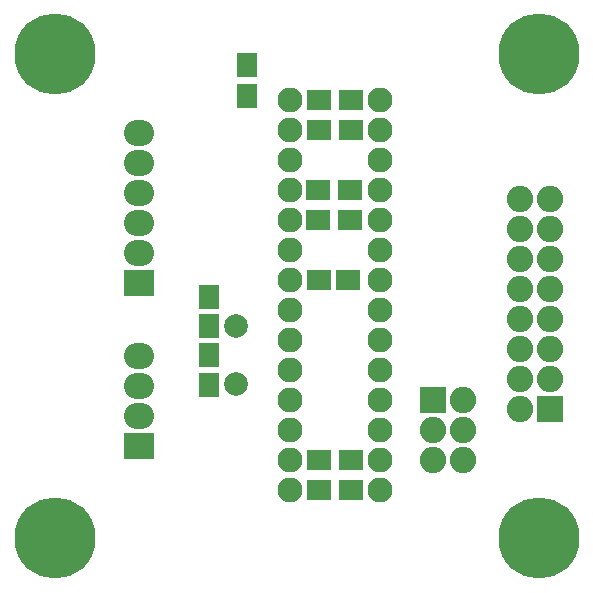
<source format=gbs>
G04 #@! TF.FileFunction,Soldermask,Bot*
%FSLAX46Y46*%
G04 Gerber Fmt 4.6, Leading zero omitted, Abs format (unit mm)*
G04 Created by KiCad (PCBNEW 4.0.1-stable) date 12/26/2016 4:33:45 PM*
%MOMM*%
G01*
G04 APERTURE LIST*
%ADD10C,0.150000*%
%ADD11C,6.858000*%
%ADD12R,1.758000X2.008000*%
%ADD13R,2.235200X2.235200*%
%ADD14O,2.235200X2.235200*%
%ADD15R,2.008000X1.808000*%
%ADD16O,2.108000X2.108000*%
%ADD17C,2.009140*%
%ADD18R,2.008000X1.758000*%
%ADD19R,2.540000X2.235200*%
%ADD20O,2.540000X2.235200*%
%ADD21R,1.808000X2.008000*%
G04 APERTURE END LIST*
D10*
D11*
X200000000Y-125000000D03*
X159000000Y-125000000D03*
X200000000Y-84000000D03*
X159000000Y-84000000D03*
D12*
X172085000Y-107041000D03*
X172085000Y-104541000D03*
X172085000Y-111994000D03*
X172085000Y-109494000D03*
D13*
X200914000Y-114046000D03*
D14*
X198374000Y-114046000D03*
X200914000Y-111506000D03*
X198374000Y-111506000D03*
X200914000Y-108966000D03*
X198374000Y-108966000D03*
X200914000Y-106426000D03*
X198374000Y-106426000D03*
X200914000Y-103886000D03*
X198374000Y-103886000D03*
X200914000Y-101346000D03*
X198374000Y-101346000D03*
X200914000Y-98806000D03*
X198374000Y-98806000D03*
X200914000Y-96266000D03*
X198374000Y-96266000D03*
D15*
X183976000Y-98044000D03*
X181276000Y-98044000D03*
X183976000Y-95504000D03*
X181276000Y-95504000D03*
D16*
X178943000Y-87884000D03*
X178943000Y-90424000D03*
X178943000Y-92964000D03*
X178943000Y-95504000D03*
X178943000Y-98044000D03*
X178943000Y-100584000D03*
X178943000Y-103124000D03*
X178943000Y-105664000D03*
X178943000Y-108204000D03*
X178943000Y-110744000D03*
X178943000Y-113284000D03*
X178943000Y-115824000D03*
X178943000Y-118364000D03*
X178943000Y-120904000D03*
X186563000Y-120904000D03*
X186563000Y-118364000D03*
X186563000Y-115824000D03*
X186563000Y-113284000D03*
X186563000Y-110744000D03*
X186563000Y-108204000D03*
X186563000Y-105664000D03*
X186563000Y-103124000D03*
X186563000Y-100584000D03*
X186563000Y-98044000D03*
X186563000Y-95504000D03*
X186563000Y-92964000D03*
X186563000Y-90424000D03*
X186563000Y-87884000D03*
D17*
X174371000Y-111914940D03*
X174371000Y-107033060D03*
D15*
X181403000Y-118364000D03*
X184103000Y-118364000D03*
X181403000Y-120904000D03*
X184103000Y-120904000D03*
X184103000Y-90424000D03*
X181403000Y-90424000D03*
X181403000Y-87884000D03*
X184103000Y-87884000D03*
D18*
X181376000Y-103124000D03*
X183876000Y-103124000D03*
D19*
X166116000Y-117221000D03*
D20*
X166116000Y-114681000D03*
X166116000Y-112141000D03*
X166116000Y-109601000D03*
D19*
X166116000Y-103378000D03*
D20*
X166116000Y-100838000D03*
X166116000Y-98298000D03*
X166116000Y-95758000D03*
X166116000Y-93218000D03*
X166116000Y-90678000D03*
D21*
X175260000Y-87583000D03*
X175260000Y-84883000D03*
D13*
X191008000Y-113284000D03*
D14*
X193548000Y-113284000D03*
X191008000Y-115824000D03*
X193548000Y-115824000D03*
X191008000Y-118364000D03*
X193548000Y-118364000D03*
M02*

</source>
